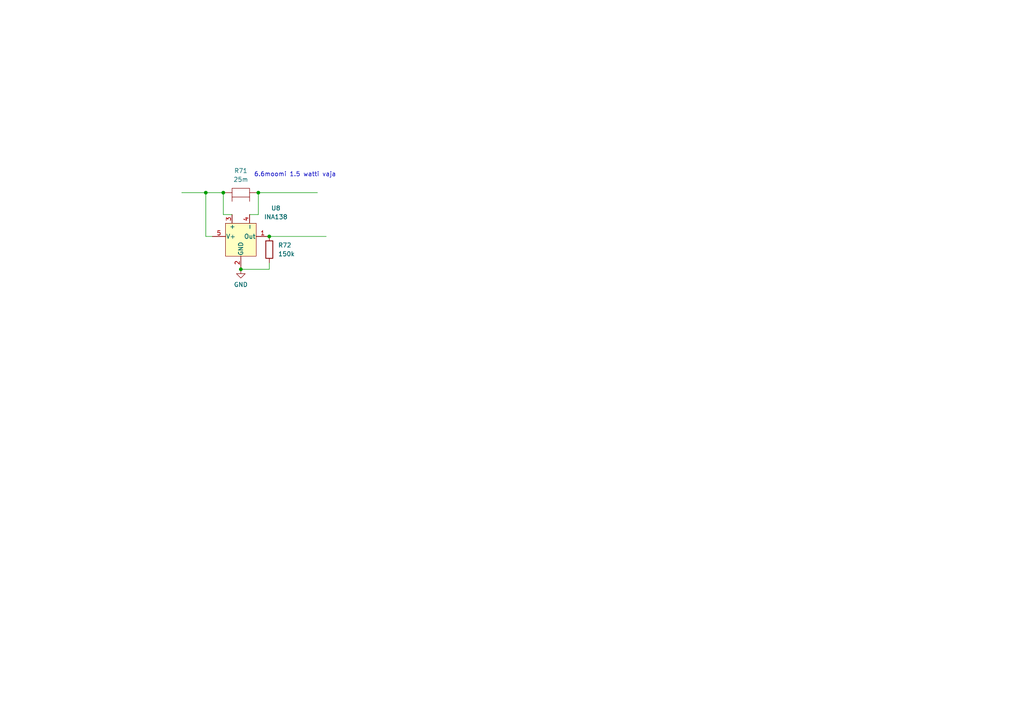
<source format=kicad_sch>
(kicad_sch (version 20230121) (generator eeschema)
  (paper "A4")
  (lib_symbols
    (symbol "Amplifier_Current:INA138" (pin_names (offset 0.127))
      (property "Reference" "U8" (at -9.4681 10.16 90))
      (property "Value" "INA138" (at -6.9281 10.16 90))
      (symbol "INA138_1_1"
        (rectangle (start -5.08 4.445) (end 4.445 -4.445) (fill (type background)))
        (pin output line (at -1.27 8.255 270) (length 3.81) (name "Out") (number "1"))
        (pin power_in line (at 8.255 0 180) (length 3.81) (name "GND") (number "2"))
        (pin input line (at -7.62 -2.54 0) (length 2.54) (name "+") (number "3"))
        (pin input line (at -7.62 2.54 0) (length 2.54) (name "-") (number "4"))
        (pin power_in line (at -1.27 -8.255 90) (length 3.81) (name "V+") (number "5"))
      )
    )
    (symbol "Device:R" (pin_numbers hide) (pin_names (offset 0))
      (property "Reference" "R" (at 2.032 0 90))
      (property "Value" "R" (at 0 0 90))
      (symbol "R_0_1"
        (rectangle (start -1.016 -2.54) (end 1.016 2.54) (stroke (width 0.254)))
      )
      (symbol "R_1_1"
        (pin passive line (at 0 3.81 270) (length 1.27) (name "~") (number "1"))
        (pin passive line (at 0 -3.81 90) (length 1.27) (name "~") (number "2"))
      )
    )
    (symbol "Robotont:SMT-R025-1.0" (pin_numbers hide) (pin_names (offset 0) hide)
      (property "Reference" "R" (at -3.81 0 0))
      (property "Value" "25m" (at 0 0 0))
      (symbol "SMT-R025-1.0_0_1"
        (polyline (pts (xy -5.08 -3.81) (xy -5.08 -5.08)))
        (polyline (pts (xy 0 -3.81) (xy 0 -5.08)))
        (polyline (pts (xy -5.08 -2.54) (xy -5.08 -1.27) (xy 0 -1.27) (xy 0 -2.54) (xy 0 -3.81) (xy -5.08 -3.81) (xy -5.08 -2.54)))
      )
      (symbol "SMT-R025-1.0_1_1"
        (pin input line (at -7.62 -2.54 0) (length 2.54) (name "1") (number "1"))
        (pin output line (at 2.54 -2.54 180) (length 2.54) (name "2") (number "2"))
      )
    )
    (symbol "power:GND" (power) (pin_names (offset 0))
      (property "Value" "GND" (at 0 -3.81 0))
      (symbol "GND_0_1"
        (polyline (pts (xy 0 0) (xy 0 -1.27) (xy 1.27 -1.27) (xy 0 -2.54) (xy -1.27 -1.27) (xy 0 -1.27)))
      )
      (symbol "GND_1_1"
        (pin power_in line (at 0 0 270) (length 0) hide (name "GND") (number "1"))
      )
    )
  )
  (junction (at 78.105 68.58))
  (junction (at 69.85 78.105))
  (junction (at 64.77 55.88))
  (junction (at 74.93 55.88))
  (junction (at 59.69 55.88))
  (wire (pts (xy 59.69 68.58) (xy 59.69 55.88)))
  (wire (pts (xy 59.69 55.88) (xy 64.77 55.88)))
  (wire (pts (xy 72.39 62.23) (xy 74.93 62.23)))
  (wire (pts (xy 64.77 62.23) (xy 67.31 62.23)))
  (wire (pts (xy 61.595 68.58) (xy 59.69 68.58)))
  (wire (pts (xy 64.77 55.88) (xy 64.77 62.23)))
  (wire (pts (xy 69.85 78.105) (xy 78.105 78.105)))
  (wire (pts (xy 52.705 55.88) (xy 59.69 55.88)))
  (wire (pts (xy 74.93 55.88) (xy 92.075 55.88)))
  (wire (pts (xy 78.105 76.2) (xy 78.105 78.105)))
  (wire (pts (xy 78.105 68.58) (xy 94.615 68.58)))
  (wire (pts (xy 74.93 62.23) (xy 74.93 55.88)))
  (text "6.6moomi 1.5 watti vaja" (at 73.66 51.435 0) (effects (font (size 1.27 1.27)) (justify left bottom)))
  (symbol (lib_id "Device:R") (at 78.105 72.39 0) (unit 1)
    (property "Reference" "R72" (at 80.645 71.12 0) (effects (justify left)))
    (property "Value" "150k" (at 80.645 73.66 0) (effects (justify left)))
  )
  (symbol (lib_id "Amplifier_Current:INA138") (at 69.85 69.85 270) (unit 1)
    (property "Reference" "U8" (at 80.01 60.3819 90))
    (property "Value" "INA138" (at 80.01 62.9219 90))
    (property "Footprint" "Package_TO_SOT_SMD:SOT-23-5" (effects hide))
    (property "Datasheet" "http://www.ti.com/lit/ds/symlink/ina138.pdf" (effects hide))
  )
  (symbol (lib_id "Robotont:SMT-R025-1.0") (at 72.39 53.34 0) (unit 1)
    (property "Reference" "R71" (at 69.85 49.53 0))
    (property "Value" "25m" (at 69.85 52.07 0))
    (property "Datasheet" "https://datasheet.lcsc.com/lcsc/2304140030_Isabellenhuette-SMT-R025-1-0_C2688866.pdf" (effects hide))
  )
  (symbol (lib_id "power:GND") (at 69.85 78.105 0) (unit 1)
    (property "Reference" "#PWR020" (effects hide))
    (property "Value" "GND" (at 69.85 82.55 0))
  )
)
</source>
